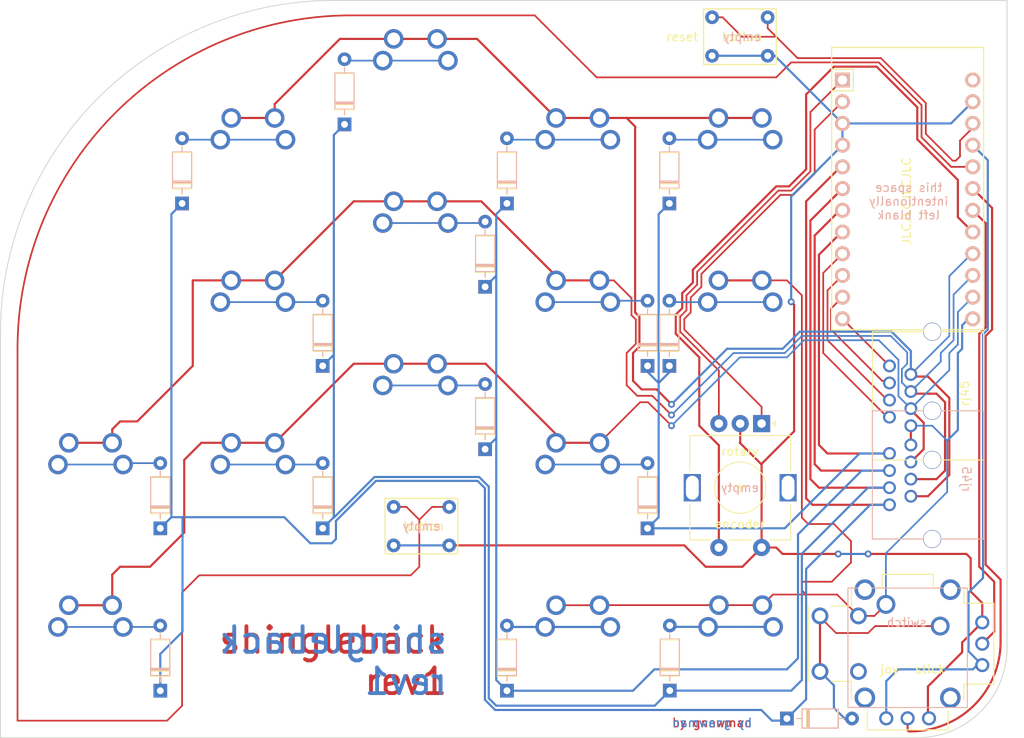
<source format=kicad_pcb>
(kicad_pcb (version 20211014) (generator pcbnew)
  (layers (0 "F.Cu" signal) (31 "B.Cu" signal) (34 "B.Paste" user) (35 "F.Paste" user) (36 "B.SilkS" user "B.Silkscreen") (37 "F.SilkS" user "F.Silkscreen") (38 "B.Mask" user) (39 "F.Mask" user) (44 "Edge.Cuts" user))
  (net 0 "")
  (net 1 "col1")
  (net 2 "col2")
  (net 3 "col3")
  (net 4 "col4")
  (net 5 "row1")
  (net 6 "row2")
  (net 7 "row3")
  (net 8 "row4")
  (net 9 "GND")
  (net 10 "VCC")
  (net 11 "col5")
  (net 12 "col6")
  (net 13 "col7")
  (net 14 "col8")
  (footprint "MX" (layer "F.Cu") (at 159.04 62.08)
    (fp_text reference "S14" hide)
    (fp_text value "" hide)
  )
  (footprint "MX" (layer "F.Cu") (at 121.04 33.83)
    (fp_text reference "S14" hide)
    (fp_text value "" hide)
  )
  (footprint "MX" (layer "F.Cu") (at 102.04 43.08)
    (fp_text reference "S14" hide)
    (fp_text value "" hide)
  )
  (footprint "ProMicro" (layer "F.Cu") (at 178.62 47.53 -90)
    (fp_text reference "MCU1" hide)
    (fp_text value "" hide)
  )
  (footprint "Diode_THT:D_DO-35_SOD27_P7.62mm_Horizontal" (layer "F.Cu") (at 131.75 105 90)
    (fp_text reference "R" hide)
    (fp_text value "d" hide)
  )
  (footprint "MX" (layer "F.Cu") (at 140.04 43.08)
    (fp_text reference "S14" hide)
    (fp_text value "" hide)
  )
  (footprint "" (layer "F.Cu") (at 125 83.5)
    (fp_text reference "")
    (fp_text value "")
  )
  (footprint "MX" (layer "F.Cu") (at 159.09 100.069717)
    (fp_text reference "S14" hide)
    (fp_text value "" hide)
  )
  (footprint "Diode_THT:D_DO-35_SOD27_P7.62mm_Horizontal" (layer "F.Cu") (at 150.75 48 90)
    (fp_text reference "R" hide)
    (fp_text value "d" hide)
  )
  (footprint "" (layer "F.Cu") (at 162.249999 30.723758)
    (fp_text reference "")
    (fp_text value "")
  )
  (footprint "" (layer "F.Cu") (at 118.5 88)
    (fp_text reference "")
    (fp_text value "")
  )
  (footprint "" (layer "F.Cu") (at 124.999999 87.997945 90)
    (fp_text reference "")
    (fp_text value "")
  )
  (footprint "Diode_THT:D_DO-35_SOD27_P7.62mm_Horizontal" (layer "F.Cu") (at 110.2 67 90)
    (fp_text reference "R" hide)
    (fp_text value "d" hide)
  )
  (footprint "MX" (layer "F.Cu") (at 83.04 81.08)
    (fp_text reference "S14" hide)
    (fp_text value "" hide)
  )
  (footprint "MX" (layer "F.Cu") (at 102.04 62.08)
    (fp_text reference "S14" hide)
    (fp_text value "" hide)
  )
  (footprint "MX" (layer "F.Cu") (at 159.04 43.08)
    (fp_text reference "S14" hide)
    (fp_text value "" hide)
  )
  (footprint "MX" (layer "F.Cu") (at 83.04 100.08)
    (fp_text reference "S14" hide)
    (fp_text value "" hide)
  )
  (footprint "Diode_THT:D_DO-35_SOD27_P7.62mm_Horizontal" (layer "F.Cu") (at 129.2 76.75 90)
    (fp_text reference "R" hide)
    (fp_text value "d" hide)
  )
  (footprint "Connector_RJ:RJ45_gnawman" (layer "F.Cu") (at 185 62 90)
    (fp_text reference "REF" hide)
    (fp_text value "RJ45_gnawman")
  )
  (footprint "" (layer "F.Cu") (at 155.75 30.725813)
    (fp_text reference "")
    (fp_text value "")
  )
  (footprint "Diode_THT:D_DO-35_SOD27_P7.62mm_Horizontal" (layer "F.Cu") (at 91.2 86 90)
    (fp_text reference "R" hide)
    (fp_text value "d" hide)
  )
  (footprint "Diode_THT:D_DO-35_SOD27_P7.62mm_Horizontal" (layer "F.Cu") (at 91.2 105 90)
    (fp_text reference "R" hide)
    (fp_text value "d" hide)
  )
  (footprint "Diode_THT:D_DO-35_SOD27_P7.62mm_Horizontal" (layer "F.Cu") (at 112.75 38.75 90)
    (fp_text reference "R" hide)
    (fp_text value "d" hide)
  )
  (footprint "MX" (layer "F.Cu") (at 140.04 62.08)
    (fp_text reference "S14" hide)
    (fp_text value "" hide)
  )
  (footprint "Diode_THT:D_DO-35_SOD27_P7.62mm_Horizontal" (layer "F.Cu") (at 110.2 86 90)
    (fp_text reference "R" hide)
    (fp_text value "d" hide)
  )
  (footprint "Diode_THT:D_DO-35_SOD27_P7.62mm_Horizontal" (layer "F.Cu") (at 148.2 86 90)
    (fp_text reference "R" hide)
    (fp_text value "d" hide)
  )
  (footprint "MX" (layer "F.Cu") (at 121.04 71.83)
    (fp_text reference "S14" hide)
    (fp_text value "" hide)
  )
  (footprint "Rotary_Encoder:RotaryEncoder_Alps_EC11E-Switch_Vertical_H20mm" (layer "F.Cu") (at 161.54 73.75 -90)
    (fp_text reference "REF**" hide)
    (fp_text value "RotaryEncoder_Alps_EC11E-Switch_Vertical_H20mm")
  )
  (footprint "MX" (layer "F.Cu") (at 140.04 81.08)
    (fp_text reference "S14" hide)
    (fp_text value "" hide)
  )
  (footprint "" (layer "F.Cu") (at 118.5 83.494874)
    (fp_text reference "")
    (fp_text value "")
  )
  (footprint "Diode_THT:D_DO-35_SOD27_P7.62mm_Horizontal" (layer "F.Cu") (at 150.75 67 90)
    (fp_text reference "R" hide)
    (fp_text value "d" hide)
  )
  (footprint "Diode_THT:D_DO-35_SOD27_P7.62mm_Horizontal" (layer "F.Cu") (at 93.75 48 90)
    (fp_text reference "R" hide)
    (fp_text value "d" hide)
  )
  (footprint "Diode_THT:D_DO-35_SOD27_P7.62mm_Horizontal" (layer "F.Cu") (at 164.5 108.25)
    (fp_text reference "R" hide)
    (fp_text value "d" hide)
  )
  (footprint "Diode_THT:D_DO-35_SOD27_P7.62mm_Horizontal" (layer "F.Cu") (at 150.8 104.989717 90)
    (fp_text reference "R" hide)
    (fp_text value "d" hide)
  )
  (footprint "MX" (layer "F.Cu") (at 102.04 81.08)
    (fp_text reference "S14" hide)
    (fp_text value "" hide)
  )
  (footprint "MX" (layer "F.Cu") (at 121.04 52.83)
    (fp_text reference "S14" hide)
    (fp_text value "" hide)
  )
  (footprint "Diode_THT:D_DO-35_SOD27_P7.62mm_Horizontal" (layer "F.Cu") (at 129.2 57.75 90)
    (fp_text reference "R" hide)
    (fp_text value "d" hide)
  )
  (footprint "" (layer "F.Cu") (at 155.75 26.220687)
    (fp_text reference "")
    (fp_text value "")
  )
  (footprint "RKJXV122400R:SW_RKJXV122400R" (layer "F.Cu") (at 183.70341 100.77 90)
    (fp_text reference "REF**" hide)
    (fp_text value "SW_RKJXV122400R")
  )
  (footprint "MX" (layer "F.Cu") (at 140.04 100.08)
    (fp_text reference "S14" hide)
    (fp_text value "" hide)
  )
  (footprint "Diode_THT:D_DO-35_SOD27_P7.62mm_Horizontal" (layer "F.Cu") (at 131.75 48 90)
    (fp_text reference "R" hide)
    (fp_text value "d" hide)
  )
  (footprint "" (layer "F.Cu") (at 162.25 26.225813)
    (fp_text reference "")
    (fp_text value "")
  )
  (footprint "Diode_THT:D_DO-35_SOD27_P7.62mm_Horizontal" (layer "F.Cu") (at 148.2 67 90)
    (fp_text reference "R" hide)
    (fp_text value "d" hide)
  )
  (footprint "Connector_RJ:RJ45_gnawman" (layer "B.Cu") (at 185 88.25 -90)
    (fp_text reference "REF" hide)
    (fp_text value "RJ45_gnawman")
  )
  (footprint "Button_Switch_Keyboard:SW_Cherry_MX_1.00u_PCB" (layer "B.Cu") (at 176.08341 94.9 180)
    (fp_text reference "REF**" hide)
    (fp_text value "SW_Cherry_MX_1.00u_PCB")
  )
  (gr_rect (start 154.75 31.75) (end 163.25 25.25) (layer "F.SilkS") (width 0.15) (fill none))
  (gr_rect (start 125.999999 88.997945) (end 117.499999 82.497945) (layer "F.SilkS") (width 0.15) (fill none))
  (gr_arc (start 190.25 100) (mid 187.174621 107.424621) (end 179.75 110.5) (layer "Edge.Cuts") (width 0.1))
  (gr_line (start 72.5 110.5) (end 179.75 110.5) (layer "Edge.Cuts") (width 0.1))
  (gr_line (start 190.25 24.25) (end 111.5 24.25) (layer "Edge.Cuts") (width 0.1))
  (gr_line (start 72.5 63.25) (end 72.5 110.5) (layer "Edge.Cuts") (width 0.1))
  (gr_line (start 190.25 100) (end 190.25 24.25) (layer "Edge.Cuts") (width 0.1))
  (gr_arc (start 72.5 63.25) (mid 83.922836 35.672836) (end 111.5 24.25) (layer "Edge.Cuts") (width 0.1))
  (gr_text "by gnawman" (at 155.75 108.75) (layer "F.Cu") (effects (font (size 1 1))))
  (gr_text "shingleback\nrev1" (at 125 101.5) (layer "F.Cu") (effects (font (size 3 3) (thickness 0.45)) (justify right)))
  (gr_text "shingleback\nrev1" (at 125 101.5) (layer "B.Cu") (effects (font (size 3 3) (thickness 0.45)) (justify left mirror)))
  (gr_text "by gnawman" (at 155.75 108.75) (layer "B.Cu") (effects (font (size 1 1)) (justify mirror)))
  (gr_text "empty" (at 159.25 28.5) (layer "B.SilkS") (effects (font (size 1 1)) (justify mirror)))
  (gr_text "empty" (at 159 81.25) (layer "B.SilkS") (effects (font (size 1 1)) (justify mirror)))
  (gr_text "this space\nintentionally\nleft blank" (at 178.75 47.75) (layer "B.SilkS") (effects (font (size 1 1)) (justify mirror)))
  (gr_text "empty" (at 121.75 85.75) (layer "B.SilkS") (effects (font (size 1 1)) (justify mirror)))
  (gr_text "rj45" (at 185.5 80.25 -90) (layer "B.SilkS") (effects (font (size 1 1)) (justify mirror)))
  (gr_text "switch" (at 178.5 97) (layer "B.SilkS") (effects (font (size 1 1)) (justify mirror)))
  (gr_text "button" (at 159.25 28.5) (layer "F.SilkS") (effects (font (size 1 1))))
  (gr_text "joy" (at 176.5 102.5) (layer "F.SilkS") (effects (font (size 1 1))))
  (gr_text "encoder" (at 159 85.5) (layer "F.SilkS") (effects (font (size 1 1))))
  (gr_text "JLCJLCJLCJLC" (at 178.5 47.75 90) (layer "F.SilkS") (effects (font (size 1 1))))
  (gr_text "rotary" (at 159 77) (layer "F.SilkS") (effects (font (size 1 1))))
  (gr_text "button\n" (at 122 85.75) (layer "F.SilkS") (effects (font (size 1 1))))
  (gr_text "stick" (at 181.25 102.5) (layer "F.SilkS") (effects (font (size 1 1))))
  (gr_text "rj45" (at 185.3 70.25 90) (layer "F.SilkS") (effects (font (size 1 1))))
  (gr_text "reset" (at 152.25 28.5) (layer "F.SilkS") (effects (font (size 1 1))))
  (segment (start 189.5 92) (end 187.75 90.25) (width 0.25) (layer "F.Cu") (net 0))
  (segment (start 156.54 67.54) (end 152 63) (width 0.2) (layer "F.Cu") (net 0))
  (segment (start 163.25 46) (end 164.75 46) (width 0.25) (layer "F.Cu") (net 0))
  (segment (start 154 56) (end 163.5 46.5) (width 0.2) (layer "F.Cu") (net 0))
  (segment (start 154.25 66) (end 151.5 63.25) (width 0.25) (layer "F.Cu") (net 0))
  (segment (start 161.54 73.75) (end 161.54 71.79) (width 0.2) (layer "F.Cu") (net 0))
  (segment (start 152.25 58.5) (end 153.5 57.25) (width 0.25) (layer "F.Cu") (net 0))
  (segment (start 165.75 31) (end 163.25 28.5) (width 0.2) (layer "F.Cu") (net 0))
  (segment (start 153.25 60.75) (end 153.25 59) (width 0.2) (layer "F.Cu") (net 0))
  (segment (start 184.5 49.6) (end 186.24 51.34) (width 0.25) (layer "F.Cu") (net 0))
  (segment (start 164.75 46) (end 166.75 44) (width 0.25) (layer "F.Cu") (net 0))
  (segment (start 180.75 39.86) (end 180.75 36.25) (width 0.2) (layer "F.Cu") (net 0))
  (segment (start 184.75 40.64) (end 184.75 42.5) (width 0.2) (layer "F.Cu") (net 0))
  (segment (start 186.24 38.64) (end 186.24 39.15) (width 0.2) (layer "F.Cu") (net 0))
  (segment (start 152.75 58.75) (end 154 57.5) (width 0.2) (layer "F.Cu") (net 0))
  (segment (start 156.970687 26.220687) (end 155.75 26.220687) (width 0.2) (layer "F.Cu") (net 0))
  (segment (start 163.25 28.5) (end 162.25 27.5) (width 0.2) (layer "F.Cu") (net 0))
  (segment (start 182.43341 97.44) (end 174.81 97.44) (width 0.2) (layer "F.Cu") (net 0))
  (segment (start 121.499999 84.997945) (end 122.997944 83.5) (width 0.2) (layer "F.Cu") (net 0))
  (segment (start 178.62341 109.62341) (end 178.75 109.75) (width 0.25) (layer "F.Cu") (net 0))
  (segment (start 152.5 62.75) (end 152.5 61.5) (width 0.2) (layer "F.Cu") (net 0))
  (segment (start 174.81 97.44) (end 174 98.25) (width 0.2) (layer "F.Cu") (net 0))
  (segment (start 163.5 46.5) (end 165 46.5) (width 0.2) (layer "F.Cu") (net 0))
  (segment (start 152 61.25) (end 152.75 60.5) (width 0.2) (layer "F.Cu") (net 0))
  (segment (start 184.25 43) (end 184.75 42.5) (width 0.2) (layer "F.Cu") (net 0))
  (segment (start 154 57.5) (end 154 56) (width 0.2) (layer "F.Cu") (net 0))
  (segment (start 186.24 43.72) (end 183.72 43.72) (width 0.2) (layer "F.Cu") (net 0))
  (segment (start 184.25 43) (end 183.89 43) (width 0.2) (layer "F.Cu") (net 0))
  (segment (start 188.5 62.75) (end 188.5 48.52) (width 0.25) (layer "F.Cu") (net 0))
  (segment (start 119.996928 83.494874) (end 118.5 83.494874) (width 0.2) (layer "F.Cu") (net 0))
  (segment (start 151.5 61) (end 152.25 60.25) (width 0.25) (layer "F.Cu") (net 0))
  (segment (start 153.5 55.75) (end 163.25 46) (width 0.25) (layer "F.Cu") (net 0))
  (segment (start 152.5 61.5) (end 153.25 60.75) (width 0.2) (layer "F.Cu") (net 0))
  (segment (start 187.75 90.25) (end 187.75 63.5) (width 0.25) (layer "F.Cu") (net 0))
  (segment (start 156.54 88.25) (end 156.54 76.29) (width 0.25) (layer "F.Cu") (net 0))
  (segment (start 178.75 109.75) (end 179 109.75) (width 0.25) (layer "F.Cu") (net 0))
  (segment (start 174 98.25) (end 170.25 98.25) (width 0.2) (layer "F.Cu") (net 0))
  (segment (start 168.37341 96.25) (end 168.37341 102.75) (width 0.25) (layer "F.Cu") (net 0))
  (segment (start 163.75 47) (end 165.25 47) (width 0.2) (layer "F.Cu") (net 0))
  (segment (start 153.25 59) (end 154.5 57.75) (width 0.2) (layer "F.Cu") (net 0))
  (segment (start 178.62341 108.23) (end 178.62341 109.62341) (width 0.25) (layer "F.Cu") (net 0))
  (segment (start 74.5 65) (end 74.5 108.5) (width 0.2) (layer "F.Cu") (net 0))
  (segment (start 167.75 44.5) (end 167.75 39.35) (width 0.2) (layer "F.Cu") (net 0))
  (segment (start 187.35341 99.5) (end 188.75 98.10341) (width 0.25) (layer "F.Cu") (net 0))
  (segment (start 156.54 73.75) (end 156.54 67.54) (width 0.2) (layer "F.Cu") (net 0))
  (segment (start 151.5 63.25) (end 151.5 61) (width 0.25) (layer "F.Cu") (net 0))
  (segment (start 152.25 60.25) (end 152.25 58.5) (width 0.25) (layer "F.Cu") (net 0))
  (segment (start 163.25 28.5) (end 159.25 28.5) (width 0.2) (layer "F.Cu") (net 0))
  (segment (start 186.24 39.15) (end 184.75 40.64) (width 0.2) (layer "F.Cu") (net 0))
  (segment (start 154.25 74) (end 154.25 66) (width 0.25) (layer "F.Cu") (net 0))
  (segment (start 121.499999 84.997945) (end 119.996928 83.494874) (width 0.2) (layer "F.Cu") (net 0))
  (segment (start 165 31.5) (end 163.25 33.25) (width 0.2) (layer "F.Cu") (net 0))
  (segment (start 120.5 91.5) (end 121.5 90.5) (width 0.2) (layer "F.Cu") (net 0))
  (segment (start 175.5 31) (end 165.75 31) (width 0.2) (layer "F.Cu") (net 0))
  (segment (start 188.75 92.25) (end 187 90.5) (width 0.25) (layer "F.Cu") (net 0))
  (segment (start 175 32) (end 179.75 36.75) (width 0.25) (layer "F.Cu") (net 0))
  (segment (start 95.75 91.5) (end 120.5 91.5) (width 0.2) (layer "F.Cu") (net 0))
  (segment (start 159.25 28.5) (end 156.970687 26.220687) (width 0.2) (layer "F.Cu") (net 0))
  (segment (start 187.75 63.5) (end 188.5 62.75) (width 0.25) (layer "F.Cu") (net 0))
  (segment (start 180.25 40.25) (end 180.25 36.5) (width 0.2) (layer "F.Cu") (net 0))
  (segment (start 184.5 45.25) (end 184.5 49.6) (width 0.25) (layer "F.Cu") (net 0))
  (segment (start 93.75 106.75) (end 93.75 93.5) (width 0.2) (layer "F.Cu") (net 0))
  (segment (start 170 32) (end 175 32) (width 0.25) (layer "F.Cu") (net 0))
  (segment (start 168.37341 96.37341) (end 168.37341 96.25) (width 0.2) (layer "F.Cu") (net 0))
  (segment (start 154.5 57.75) (end 154.5 56.25) (width 0.2) (layer "F.Cu") (net 0))
  (segment (start 152 63) (end 152 61.25) (width 0.2) (layer "F.Cu") (net 0))
  (segment (start 179.75 36.75) (end 179.75 40.5) (width 0.25) (layer "F.Cu") (net 0))
  (segment (start 74.5 108.5) (end 92 108.5) (width 0.2) (layer "F.Cu") (net 0))
  (segment (start 188.5 48.52) (end 186.24 46.26) (width 0.25) (layer "F.Cu") (net 0))
  (segment (start 187.75 50.31) (end 186.24 48.8) (width 0.25) (layer "F.Cu") (net 0))
  (segment (start 189.5 99.25) (end 189.5 92) (width 0.25) (layer "F.Cu") (net 0))
  (segment (start 165 46.5) (end 167.25 44.25) (width 0.2) (layer "F.Cu") (net 0))
  (segment (start 92 108.5) (end 93.75 106.75) (width 0.2) (layer "F.Cu") (net 0))
  (segment (start 179.75 40.5) (end 184.5 45.25) (width 0.25) (layer "F.Cu") (net 0))
  (segment (start 180.75 36.25) (end 175.5 31) (width 0.2) (layer "F.Cu") (net 0))
  (segment (start 183.72 43.72) (end 180.25 40.25) (width 0.2) (layer "F.Cu") (net 0))
  (segment (start 154.5 56.25) (end 163.75 47) (width 0.2) (layer "F.Cu") (net 0))
  (segment (start 166.75 35.25) (end 170 32) (width 0.25) (layer "F.Cu") (net 0))
  (segment (start 187.75 62.5) (end 187.75 50.31) (width 0.25) (layer "F.Cu") (net 0))
  (segment (start 166.75 44) (end 166.75 35.25) (width 0.25) (layer "F.Cu") (net 0))
  (segment (start 163.25 33.25) (end 142.25 33.25) (width 0.2) (layer "F.Cu") (net 0))
  (segment (start 121.5 90.5) (end 121.499999 84.997945) (width 0.2) (layer "F.Cu") (net 0))
  (segment (start 156.54 76.29) (end 154.25 74) (width 0.25) (layer "F.Cu") (net 0))
  (segment (start 135 26) (end 113.5 26) (width 0.2) (layer "F.Cu") (net 0))
  (segment (start 122.997944 83.5) (end 125 83.5) (width 0.2) (layer "F.Cu") (net 0))
  (segment (start 161.54 71.79) (end 152.5 62.75) (width 0.2) (layer "F.Cu") (net 0))
  (segment (start 170.25 98.25) (end 168.37341 96.37341) (width 0.2) (layer "F.Cu") (net 0))
  (segment (start 187 63.25) (end 187.75 62.5) (width 0.25) (layer "F.Cu") (net 0))
  (segment (start 167.25 37.31) (end 171 33.56) (width 0.2) (layer "F.Cu") (net 0))
  (segment (start 93.75 93.5) (end 95.75 91.5) (width 0.2) (layer "F.Cu") (net 0))
  (segment (start 153.5 57.25) (end 153.5 55.75) (width 0.25) (layer "F.Cu") (net 0))
  (segment (start 187 90.5) (end 187 63.25) (width 0.25) (layer "F.Cu") (net 0))
  (segment (start 175.25 31.5) (end 165 31.5) (width 0.2) (layer "F.Cu") (net 0))
  (segment (start 142.25 33.25) (end 135 26) (width 0.2) (layer "F.Cu") (net 0))
  (segment (start 167.75 39.35) (end 171 36.1) (width 0.2) (layer "F.Cu") (net 0))
  (segment (start 167.25 44.25) (end 167.25 37.31) (width 0.2) (layer "F.Cu") (net 0))
  (segment (start 152.75 60.5) (end 152.75 58.75) (width 0.2) (layer "F.Cu") (net 0))
  (segment (start 188.75 98.10341) (end 188.75 92.25) (width 0.25) (layer "F.Cu") (net 0))
  (segment (start 165.25 47) (end 167.75 44.5) (width 0.2) (layer "F.Cu") (net 0))
  (segment (start 162.25 27.5) (end 162.25 26.225813) (width 0.2) (layer "F.Cu") (net 0))
  (segment (start 183.89 43) (end 180.75 39.86) (width 0.2) (layer "F.Cu") (net 0))
  (segment (start 180.25 36.5) (end 175.25 31.5) (width 0.2) (layer "F.Cu") (net 0))
  (arc (start 189.5 99.25) (mid 186.424621 106.674621) (end 179 109.75) (width 0.25) (layer "F.Cu") (net 0))
  (arc (start 113.5 26) (mid 85.922836 37.422836) (end 74.5 65) (width 0.2) (layer "F.Cu") (net 0))
  (segment (start 143.85 40.54) (end 136.23 40.54) (width 0.2) (layer "B.Cu") (net 0))
  (segment (start 131.91 40.54) (end 131.75 40.38) (width 0.2) (layer "B.Cu") (net 0))
  (segment (start 105.85 78.54) (end 110.04 78.54) (width 0.2) (layer "B.Cu") (net 0))
  (segment (start 117.23 69.29) (end 124.85 69.29) (width 0.2) (layer "B.Cu") (net 0))
  (segment (start 143.85 97.54) (end 136.23 97.54) (width 0.25) (layer "B.Cu") (net 0))
  (segment (start 124.85 69.29) (end 129.04 69.29) (width 0.2) (layer "B.Cu") (net 0))
  (segment (start 170 104.37659) (end 170 107) (width 0.25) (layer "B.Cu") (net 0))
  (segment (start 124.85 50.29) (end 117.23 50.29) (width 0.2) (layer "B.Cu") (net 0))
  (segment (start 162.85 40.54) (end 155.23 40.54) (width 0.2) (layer "B.Cu") (net 0))
  (segment (start 168.37341 102.75) (end 170 104.37659) (width 0.25) (layer "B.Cu") (net 0))
  (segment (start 162.85 59.54) (end 155.23 59.54) (width 0.2) (layer "B.Cu") (net 0))
  (segment (start 105.85 40.54) (end 98.23 40.54) (width 0.2) (layer "B.Cu") (net 0))
  (segment (start 110.04 59.54) (end 110.2 59.38) (width 0.2) (layer "B.Cu") (net 0))
  (segment (start 129.04 69.29) (end 129.2 69.13) (width 0.2) (layer "B.Cu") (net 0))
  (segment (start 87.01 78.38) (end 86.85 78.54) (width 0.2) (layer "B.Cu") (net 0))
  (segment (start 86.85 78.54) (end 79.23 78.54) (width 0.2) (layer "B.Cu") (net 0))
  (segment (start 155.28 97.529717) (end 150.96 97.529717) (width 0.25) (layer "B.Cu") (net 0))
  (segment (start 112.91 31.29) (end 112.75 31.13) (width 0.2) (layer "B.Cu") (net 0))
  (segment (start 150.96 97.529717) (end 150.8 97.369717) (width 0.25) (layer "B.Cu") (net 0))
  (segment (start 136.23 97.54) (end 131.91 97.54) (width 0.25) (layer "B.Cu") (net 0))
  (segment (start 171.87 108.5) (end 172.12 108.25) (width 0.25) (layer "B.Cu") (net 0))
  (segment (start 150.91 59.54) (end 150.75 59.38) (width 0.2) (layer "B.Cu") (net 0))
  (segment (start 98.23 40.54) (end 93.91 40.54) (width 0.2) (layer "B.Cu") (net 0))
  (segment (start 129.04 50.29) (end 129.2 50.13) (width 0.2) (layer "B.Cu") (net 0))
  (segment (start 93.91 40.54) (end 93.75 40.38) (width 0.2) (layer "B.Cu") (net 0))
  (segment (start 131.91 97.54) (end 131.75 97.38) (width 0.25) (layer "B.Cu") (net 0))
  (segment (start 162.9 97.529717) (end 155.28 97.529717) (width 0.25) (layer "B.Cu") (net 0))
  (segment (start 155.23 59.54) (end 150.91 59.54) (width 0.2) (layer "B.Cu") (net 0))
  (segment (start 155.23 40.54) (end 150.91 40.54) (width 0.2) (layer "B.Cu") (net 0))
  (segment (start 170 107) (end 171.5 108.5) (width 0.25) (layer "B.Cu") (net 0))
  (segment (start 124.85 50.29) (end 129.04 50.29) (width 0.2) (layer "B.Cu") (net 0))
  (segment (start 117.23 31.29) (end 112.91 31.29) (width 0.2) (layer "B.Cu") (net 0))
  (segment (start 148.2 59.38) (end 144.01 59.38) (width 0.2) (layer "B.Cu") (net 0))
  (segment (start 144.01 59.38) (end 143.85 59.54) (width 0.2) (layer "B.Cu") (net 0))
  (segment (start 110.04 78.54) (end 110.2 78.38) (width 0.2) (layer "B.Cu") (net 0))
  (segment (start 171.5 108.5) (end 171.87 108.5) (width 0.25) (layer "B.Cu") (net 0))
  (segment (start 124.85 31.29) (end 117.23 31.29) (width 0.2) (layer "B.Cu") (net 0))
  (segment (start 143.85 78.54) (end 148.04 78.54) (width 0.2) (layer "B.Cu") (net 0))
  (segment (start 143.85 59.54) (end 136.23 59.54) (width 0.2) (layer "B.Cu") (net 0))
  (segment (start 105.85 59.54) (end 110.04 59.54) (width 0.2) (layer "B.Cu") (net 0))
  (segment (start 136.23 78.54) (end 143.85 78.54) (width 0.2) (layer "B.Cu") (net 0))
  (segment (start 79.23 97.54) (end 86.85 97.54) (width 0.2) (layer "B.Cu") (net 0))
  (segment (start 91.2 78.38) (end 87.01 78.38) (width 0.2) (layer "B.Cu") (net 0))
  (segment (start 148.04 78.54) (end 148.2 78.38) (width 0.2) (layer "B.Cu") (net 0))
  (segment (start 136.23 40.54) (end 131.91 40.54) (width 0.2) (layer "B.Cu") (net 0))
  (segment (start 98.23 78.54) (end 105.85 78.54) (width 0.2) (layer "B.Cu") (net 0))
  (segment (start 98.23 59.54) (end 105.85 59.54) (width 0.2) (layer "B.Cu") (net 0))
  (segment (start 86.85 97.54) (end 91.04 97.54) (width 0.2) (layer "B.Cu") (net 0))
  (segment (start 150.91 40.54) (end 150.75 40.38) (width 0.2) (layer "B.Cu") (net 0))
  (segment (start 171 43.72) (end 170.78 43.72) (width 0.25) (layer "F.Cu") (net 1))
  (segment (start 170.78 43.72) (end 166.75 47.75) (width 0.25) (layer "F.Cu") (net 1))
  (segment (start 167.5 83.25) (end 176.5 83.25) (width 0.25) (layer "F.Cu") (net 1))
  (segment (start 166.75 47.75) (end 166.75 82.5) (width 0.25) (layer "F.Cu") (net 1))
  (segment (start 166.75 82.5) (end 167.5 83.25) (width 0.25) (layer "F.Cu") (net 1))
  (segment (start 128.313604 80.45) (end 129.175 81.311396) (width 0.25) (layer "B.Cu") (net 1))
  (segment (start 162.75 108.5) (end 164.5 108.5) (width 0.25) (layer "B.Cu") (net 1))
  (segment (start 92.5 70) (end 92.5 84.7) (width 0.25) (layer "B.Cu") (net 1))
  (segment (start 111.75 87.25) (end 111.75 85.136396) (width 0.25) (layer "B.Cu") (net 1))
  (segment (start 93.75 48) (end 92.5 49.25) (width 0.25) (layer "B.Cu") (net 1))
  (segment (start 93.8 84.7) (end 105.7 84.7) (width 0.25) (layer "B.Cu") (net 1))
  (segment (start 161.5 107.25) (end 162.75 108.5) (width 0.25) (layer "B.Cu") (net 1))
  (segment (start 116.436396 80.45) (end 128.313604 80.45) (width 0.25) (layer "B.Cu") (net 1))
  (segment (start 166.75 90.75) (end 174.25 83.25) (width 0.25) (layer "B.Cu") (net 1))
  (segment (start 105.7 84.7) (end 108.75 87.75) (width 0.25) (layer "B.Cu") (net 1))
  (segment (start 92.5 49.25) (end 92.5 65.7) (width 0.25) (layer "B.Cu") (net 1))
  (segment (start 164.5 108.25) (end 166.75 106) (width 0.25) (layer "B.Cu") (net 1))
  (segment (start 92.5 65.7) (end 92.5 70) (width 0.25) (layer "B.Cu") (net 1))
  (segment (start 91.2 100.7) (end 91.2 105) (width 0.25) (layer "B.Cu") (net 1))
  (segment (start 93.8 98.1) (end 91.2 100.7) (width 0.25) (layer "B.Cu") (net 1))
  (segment (start 174.25 83.25) (end 176.5 83.25) (width 0.25) (layer "B.Cu") (net 1))
  (segment (start 129.175 81.311396) (end 129.175 106.061396) (width 0.25) (layer "B.Cu") (net 1))
  (segment (start 166.75 106) (end 166.75 90.75) (width 0.25) (layer "B.Cu") (net 1))
  (segment (start 111.75 85.136396) (end 116.436396 80.45) (width 0.25) (layer "B.Cu") (net 1))
  (segment (start 129.175 106.061396) (end 130.363604 107.25) (width 0.25) (layer "B.Cu") (net 1))
  (segment (start 93.8 84.7) (end 93.8 98.1) (width 0.25) (layer "B.Cu") (net 1))
  (segment (start 164.5 108.5) (end 164.5 108.25) (width 0.25) (layer "B.Cu") (net 1))
  (segment (start 92.5 84.7) (end 91.2 86) (width 0.25) (layer "B.Cu") (net 1))
  (segment (start 108.75 87.75) (end 111.25 87.75) (width 0.25) (layer "B.Cu") (net 1))
  (segment (start 130.363604 107.25) (end 161.5 107.25) (width 0.25) (layer "B.Cu") (net 1))
  (segment (start 92.5 84.7) (end 93.8 84.7) (width 0.25) (layer "B.Cu") (net 1))
  (segment (start 111.25 87.75) (end 111.75 87.25) (width 0.25) (layer "B.Cu") (net 1))
  (segment (start 168.25 81.25) (end 176.5 81.25) (width 0.25) (layer "F.Cu") (net 2))
  (segment (start 167.25 80.25) (end 168.25 81.25) (width 0.25) (layer "F.Cu") (net 2))
  (segment (start 170 47.25) (end 167.25 50) (width 0.25) (layer "F.Cu") (net 2))
  (segment (start 167.25 50) (end 167.25 80.25) (width 0.25) (layer "F.Cu") (net 2))
  (segment (start 170.01 47.25) (end 170 47.25) (width 0.25) (layer "F.Cu") (net 2))
  (segment (start 171 46.26) (end 170.01 47.25) (width 0.25) (layer "F.Cu") (net 2))
  (segment (start 165.010283 104.989717) (end 166.25 103.75) (width 0.25) (layer "B.Cu") (net 2))
  (segment (start 116.25 80) (end 111.5 84.75) (width 0.25) (layer "B.Cu") (net 2))
  (segment (start 111.5 40) (end 111.5 65.7) (width 0.25) (layer "B.Cu") (net 2))
  (segment (start 111.5 65.7) (end 110.2 67) (width 0.25) (layer "B.Cu") (net 2))
  (segment (start 166.25 88.98) (end 173.98 81.25) (width 0.25) (layer "B.Cu") (net 2))
  (segment (start 128.5 80) (end 116.25 80) (width 0.25) (layer "B.Cu") (net 2))
  (segment (start 111.5 65.7) (end 111.5 84.7) (width 0.25) (layer "B.Cu") (net 2))
  (segment (start 173.98 81.25) (end 176.5 81.25) (width 0.25) (layer "B.Cu") (net 2))
  (segment (start 150.8 104.989717) (end 165.010283 104.989717) (width 0.25) (layer "B.Cu") (net 2))
  (segment (start 166.25 103.75) (end 166.25 88.98) (width 0.25) (layer "B.Cu") (net 2))
  (segment (start 111.5 84.7) (end 111.5 84.75) (width 0.25) (layer "B.Cu") (net 2))
  (segment (start 112.75 38.75) (end 111.5 40) (width 0.25) (layer "B.Cu") (net 2))
  (segment (start 129.625 105.875) (end 129.625 81.125) (width 0.25) (layer "B.Cu") (net 2))
  (segment (start 130.5 106.75) (end 149.039717 106.75) (width 0.25) (layer "B.Cu") (net 2))
  (segment (start 129.625 81.125) (end 128.5 80) (width 0.25) (layer "B.Cu") (net 2))
  (segment (start 111.5 84.7) (end 110.2 86) (width 0.25) (layer "B.Cu") (net 2))
  (segment (start 129.625 105.875) (end 130.5 106.75) (width 0.25) (layer "B.Cu") (net 2))
  (segment (start 149.039717 106.75) (end 150.8 104.989717) (width 0.25) (layer "B.Cu") (net 2))
  (segment (start 168.5 79.25) (end 176.5 79.25) (width 0.25) (layer "F.Cu") (net 3))
  (segment (start 167.75 51.75) (end 167.75 78.5) (width 0.25) (layer "F.Cu") (net 3))
  (segment (start 167.75 78.5) (end 168.5 79.25) (width 0.25) (layer "F.Cu") (net 3))
  (segment (start 170.7 48.8) (end 167.75 51.75) (width 0.25) (layer "F.Cu") (net 3))
  (segment (start 149 102.5) (end 164.5 102.5) (width 0.25) (layer "B.Cu") (net 3))
  (segment (start 165.8 86.7) (end 173.25 79.25) (width 0.25) (layer "B.Cu") (net 3))
  (segment (start 164.5 102.5) (end 165.8 101.2) (width 0.25) (layer "B.Cu") (net 3))
  (segment (start 130.5 56.45) (end 130.5 75.45) (width 0.25) (layer "B.Cu") (net 3))
  (segment (start 165.8 101.2) (end 165.8 86.7) (width 0.25) (layer "B.Cu") (net 3))
  (segment (start 130.5 75.45) (end 129.2 76.75) (width 0.25) (layer "B.Cu") (net 3))
  (segment (start 131.75 105) (end 146.5 105) (width 0.25) (layer "B.Cu") (net 3))
  (segment (start 130.5 56.45) (end 129.2 57.75) (width 0.25) (layer "B.Cu") (net 3))
  (segment (start 146.5 105) (end 149 102.5) (width 0.25) (layer "B.Cu") (net 3))
  (segment (start 130.5 49.25) (end 130.5 56.45) (width 0.25) (layer "B.Cu") (net 3))
  (segment (start 130.5 103.75) (end 131.75 105) (width 0.25) (layer "B.Cu") (net 3))
  (segment (start 173.25 79.25) (end 176.5 79.25) (width 0.25) (layer "B.Cu") (net 3))
  (segment (start 131.75 48) (end 130.5 49.25) (width 0.25) (layer "B.Cu") (net 3))
  (segment (start 130.5 75.45) (end 130.5 103.75) (width 0.25) (layer "B.Cu") (net 3))
  (segment (start 169.25 77.25) (end 176.5 77.25) (width 0.25) (layer "F.Cu") (net 4))
  (segment (start 168.25 76.25) (end 169.25 77.25) (width 0.25) (layer "F.Cu") (net 4))
  (segment (start 170.91 51.34) (end 168.25 54) (width 0.25) (layer "F.Cu") (net 4))
  (segment (start 168.25 54) (end 168.25 76.25) (width 0.25) (layer "F.Cu") (net 4))
  (segment (start 149.5 69) (end 148.2 67.7) (width 0.25) (layer "B.Cu") (net 4))
  (segment (start 150.75 67.75) (end 150.75 67) (width 0.25) (layer "B.Cu") (net 4))
  (segment (start 149.5 69) (end 149.5 84.7) (width 0.25) (layer "B.Cu") (net 4))
  (segment (start 149.5 84.7) (end 148.2 86) (width 0.25) (layer "B.Cu") (net 4))
  (segment (start 150.75 48) (end 149.5 49.25) (width 0.25) (layer "B.Cu") (net 4))
  (segment (start 148.2 67.7) (end 148.2 67) (width 0.25) (layer "B.Cu") (net 4))
  (segment (start 164.25 86) (end 173 77.25) (width 0.25) (layer "B.Cu") (net 4))
  (segment (start 149.5 69) (end 150.75 67.75) (width 0.25) (layer "B.Cu") (net 4))
  (segment (start 148.2 86) (end 164.25 86) (width 0.25) (layer "B.Cu") (net 4))
  (segment (start 149.5 49.25) (end 149.5 69) (width 0.25) (layer "B.Cu") (net 4))
  (segment (start 173 77.25) (end 176.5 77.25) (width 0.25) (layer "B.Cu") (net 4))
  (segment (start 128.25 28.75) (end 137.5 38) (width 0.25) (layer "F.Cu") (net 5))
  (segment (start 147.25 61.25) (end 147.25 64.75) (width 0.25) (layer "F.Cu") (net 5))
  (segment (start 146.745901 60.745901) (end 147.25 61.25) (width 0.25) (layer "F.Cu") (net 5))
  (segment (start 179 82.25) (end 181 82.25) (width 0.25) (layer "F.Cu") (net 5))
  (segment (start 181 68.25) (end 179.1 68.25) (width 0.25) (layer "F.Cu") (net 5))
  (segment (start 137.5 38) (end 142.58 38) (width 0.25) (layer "F.Cu") (net 5))
  (segment (start 104.58 38) (end 104.58 36.383554) (width 0.25) (layer "F.Cu") (net 5))
  (segment (start 99.5 38) (end 104.58 38) (width 0.25) (layer "F.Cu") (net 5))
  (segment (start 181 82.25) (end 183.5 79.75) (width 0.25) (layer "F.Cu") (net 5))
  (segment (start 142.58 38) (end 145.75 38) (width 0.25) (layer "F.Cu") (net 5))
  (segment (start 145.75 38) (end 146.745901 38.995901) (width 0.25) (layer "F.Cu") (net 5))
  (segment (start 112.213554 28.75) (end 118.5 28.75) (width 0.25) (layer "F.Cu") (net 5))
  (segment (start 146.5 68.75) (end 147.5 69.75) (width 0.25) (layer "F.Cu") (net 5))
  (segment (start 179.1 68.25) (end 179 68.15) (width 0.25) (layer "F.Cu") (net 5))
  (segment (start 104.58 36.383554) (end 112.213554 28.75) (width 0.25) (layer "F.Cu") (net 5))
  (segment (start 145.75 38) (end 156.5 38) (width 0.25) (layer "F.Cu") (net 5))
  (segment (start 183.5 70.75) (end 181 68.25) (width 0.25) (layer "F.Cu") (net 5))
  (segment (start 123.58 28.75) (end 128.25 28.75) (width 0.25) (layer "F.Cu") (net 5))
  (segment (start 183.5 79.75) (end 183.5 70.75) (width 0.25) (layer "F.Cu") (net 5))
  (segment (start 147.5 69.75) (end 149.25 69.75) (width 0.25) (layer "F.Cu") (net 5))
  (segment (start 146.745901 38.995901) (end 146.745901 60.745901) (width 0.25) (layer "F.Cu") (net 5))
  (segment (start 147.25 64.75) (end 146.5 65.5) (width 0.25) (layer "F.Cu") (net 5))
  (segment (start 146.5 65.5) (end 146.5 68.75) (width 0.25) (layer "F.Cu") (net 5))
  (segment (start 118.5 28.75) (end 123.58 28.75) (width 0.25) (layer "F.Cu") (net 5))
  (segment (start 156.5 38) (end 161.58 38) (width 0.25) (layer "F.Cu") (net 5))
  (segment (start 149.25 69.75) (end 151 71.5) (width 0.25) (layer "F.Cu") (net 5))
  (via (at 151 71.5) (size 0.8) (drill 0.4) (layers "F.Cu" "B.Cu") (net 5))
  (segment (start 183.5 56.5) (end 183.5 63.5) (width 0.2) (layer "B.Cu") (net 5))
  (segment (start 186.12 53.88) (end 183.5 56.5) (width 0.2) (layer "B.Cu") (net 5))
  (segment (start 157.5 65) (end 164 65) (width 0.25) (layer "B.Cu") (net 5))
  (segment (start 166 63) (end 176.75 63) (width 0.25) (layer "B.Cu") (net 5))
  (segment (start 186.24 53.88) (end 186.12 53.88) (width 0.2) (layer "B.Cu") (net 5))
  (segment (start 176.75 63) (end 179 65.25) (width 0.25) (layer "B.Cu") (net 5))
  (segment (start 164 65) (end 166 63) (width 0.25) (layer "B.Cu") (net 5))
  (segment (start 183.5 63.5) (end 179 68) (width 0.2) (layer "B.Cu") (net 5))
  (segment (start 179 65.25) (end 179 68) (width 0.25) (layer "B.Cu") (net 5))
  (segment (start 151 71.5) (end 157.5 65) (width 0.25) (layer "B.Cu") (net 5))
  (segment (start 179.1 70.25) (end 179 70.15) (width 0.25) (layer "F.Cu") (net 6))
  (segment (start 104.58 57) (end 113.83 47.75) (width 0.25) (layer "F.Cu") (net 6))
  (segment (start 137.5 57) (end 142.58 57) (width 0.25) (layer "F.Cu") (net 6))
  (segment (start 99.5 57) (end 95 57) (width 0.25) (layer "F.Cu") (net 6))
  (segment (start 113.83 47.75) (end 118.5 47.75) (width 0.25) (layer "F.Cu") (net 6))
  (segment (start 145.75 65.5) (end 146.825 64.425) (width 0.2) (layer "F.Cu") (net 6))
  (segment (start 95 67) (end 88.5 73.5) (width 0.25) (layer "F.Cu") (net 6))
  (segment (start 146.825 64.425) (end 146.825 61.575) (width 0.2) (layer "F.Cu") (net 6))
  (segment (start 148.75 70.5) (end 147 70.5) (width 0.2) (layer "F.Cu") (net 6))
  (segment (start 85.58 74.42) (end 85.58 76) (width 0.25) (layer "F.Cu") (net 6))
  (segment (start 147 70.5) (end 145.75 69.25) (width 0.2) (layer "F.Cu") (net 6))
  (segment (start 123.58 47.75) (end 128.75 47.75) (width 0.25) (layer "F.Cu") (net 6))
  (segment (start 179 80.25) (end 182 80.25) (width 0.25) (layer "F.Cu") (net 6))
  (segment (start 95 57) (end 95 67) (width 0.25) (layer "F.Cu") (net 6))
  (segment (start 146.320901 59.070901) (end 144.25 57) (width 0.2) (layer "F.Cu") (net 6))
  (segment (start 145.75 69.25) (end 145.75 65.5) (width 0.2) (layer "F.Cu") (net 6))
  (segment (start 183 71.25) (end 182 70.25) (width 0.25) (layer "F.Cu") (net 6))
  (segment (start 86.5 73.5) (end 85.58 74.42) (width 0.25) (layer "F.Cu") (net 6))
  (segment (start 151 72.75) (end 148.75 70.5) (width 0.2) (layer "F.Cu") (net 6))
  (segment (start 182 70.25) (end 179.1 70.25) (width 0.25) (layer "F.Cu") (net 6))
  (segment (start 99.5 57) (end 104.58 57) (width 0.25) (layer "F.Cu") (net 6))
  (segment (start 183 79.25) (end 183 71.25) (width 0.25) (layer "F.Cu") (net 6))
  (segment (start 137.5 56.5) (end 137.5 57) (width 0.25) (layer "F.Cu") (net 6))
  (segment (start 128.75 47.75) (end 137.5 56.5) (width 0.25) (layer "F.Cu") (net 6))
  (segment (start 88.5 73.5) (end 86.5 73.5) (width 0.25) (layer "F.Cu") (net 6))
  (segment (start 146.825 61.575) (end 146.320901 61.070901) (width 0.2) (layer "F.Cu") (net 6))
  (segment (start 80.5 76) (end 85.58 76) (width 0.25) (layer "F.Cu") (net 6))
  (segment (start 182 80.25) (end 183 79.25) (width 0.25) (layer "F.Cu") (net 6))
  (segment (start 146.320901 61.070901) (end 146.320901 59.070901) (width 0.2) (layer "F.Cu") (net 6))
  (segment (start 144.25 57) (end 142.58 57) (width 0.2) (layer "F.Cu") (net 6))
  (segment (start 118.5 47.75) (end 123.58 47.75) (width 0.25) (layer "F.Cu") (net 6))
  (via (at 151 72.75) (size 0.8) (drill 0.4) (layers "F.Cu" "B.Cu") (net 6))
  (segment (start 184 58.66) (end 184 64) (width 0.2) (layer "B.Cu") (net 6))
  (segment (start 177.95 68.95) (end 179 70) (width 0.2) (layer "B.Cu") (net 6))
  (segment (start 158.25 65.5) (end 164.25 65.5) (width 0.2) (layer "B.Cu") (net 6))
  (segment (start 182.5 65.5) (end 182.5 66.5) (width 0.2) (layer "B.Cu") (net 6))
  (segment (start 182.5 66.5) (end 179 70) (width 0.2) (layer "B.Cu") (net 6))
  (segment (start 151 72.75) (end 158.25 65.5) (width 0.2) (layer "B.Cu") (net 6))
  (segment (start 184 64) (end 182.5 65.5) (width 0.2) (layer "B.Cu") (net 6))
  (segment (start 178.575 65.42604) (end 178.575 66.75) (width 0.2) (layer "B.Cu") (net 6))
  (segment (start 177.95 67.375) (end 177.95 68.95) (width 0.2) (layer "B.Cu") (net 6))
  (segment (start 166.25 63.5) (end 176.64896 63.5) (width 0.2) (layer "B.Cu") (net 6))
  (segment (start 178.575 66.75) (end 177.95 67.375) (width 0.2) (layer "B.Cu") (net 6))
  (segment (start 164.25 65.5) (end 166.25 63.5) (width 0.2) (layer "B.Cu") (net 6))
  (segment (start 176.64896 63.5) (end 178.575 65.42604) (width 0.2) (layer "B.Cu") (net 6))
  (segment (start 186.24 56.42) (end 184 58.66) (width 0.2) (layer "B.Cu") (net 6))
  (segment (start 99.5 76) (end 104.58 76) (width 0.25) (layer "F.Cu") (net 7))
  (segment (start 86.5 90.5) (end 90 90.5) (width 0.25) (layer "F.Cu") (net 7))
  (segment (start 137.5 75) (end 137.5 76) (width 0.25) (layer "F.Cu") (net 7))
  (segment (start 96 76) (end 99.5 76) (width 0.25) (layer "F.Cu") (net 7))
  (segment (start 94 78) (end 96 76) (width 0.25) (layer "F.Cu") (net 7))
  (segment (start 137.5 76) (end 142.58 76) (width 0.25) (layer "F.Cu") (net 7))
  (segment (start 94 86.5) (end 94 78) (width 0.25) (layer "F.Cu") (net 7))
  (segment (start 179 72.15) (end 180.5 73.65) (width 0.25) (layer "F.Cu") (net 7))
  (segment (start 104.58 76) (end 113.83 66.75) (width 0.25) (layer "F.Cu") (net 7))
  (segment (start 147.33 71.25) (end 142.58 76) (width 0.2) (layer "F.Cu") (net 7))
  (segment (start 90 90.5) (end 94 86.5) (width 0.25) (layer "F.Cu") (net 7))
  (segment (start 123.58 66.75) (end 129.25 66.75) (width 0.25) (layer "F.Cu") (net 7))
  (segment (start 80.5 95) (end 85.58 95) (width 0.25) (layer "F.Cu") (net 7))
  (segment (start 129.25 66.75) (end 137.5 75) (width 0.25) (layer "F.Cu") (net 7))
  (segment (start 151 74) (end 148.25 71.25) (width 0.2) (layer "F.Cu") (net 7))
  (segment (start 180.5 73.65) (end 180.5 76.75) (width 0.25) (layer "F.Cu") (net 7))
  (segment (start 118.5 66.75) (end 123.58 66.75) (width 0.25) (layer "F.Cu") (net 7))
  (segment (start 113.83 66.75) (end 118.5 66.75) (width 0.25) (layer "F.Cu") (net 7))
  (segment (start 85.58 95) (end 85.58 91.42) (width 0.25) (layer "F.Cu") (net 7))
  (segment (start 85.58 91.42) (end 86.5 90.5) (width 0.25) (layer "F.Cu") (net 7))
  (segment (start 180.5 76.75) (end 179 78.25) (width 0.25) (layer "F.Cu") (net 7))
  (segment (start 148.25 71.25) (end 147.33 71.25) (width 0.2) (layer "F.Cu") (net 7))
  (via (at 151 74) (size 0.8) (drill 0.4) (layers "F.Cu" "B.Cu") (net 7))
  (segment (start 177.55 66.3) (end 177.55 70.55) (width 0.2) (layer "B.Cu") (net 7))
  (segment (start 151 74) (end 159 66) (width 0.2) (layer "B.Cu") (net 7))
  (segment (start 159 66) (end 164.5 66) (width 0.2) (layer "B.Cu") (net 7))
  (segment (start 166.5 64) (end 175.25 64) (width 0.2) (layer "B.Cu") (net 7))
  (segment (start 175.25 64) (end 177.55 66.3) (width 0.2) (layer "B.Cu") (net 7))
  (segment (start 184.5 64.5) (end 183.5 65.5) (width 0.2) (layer "B.Cu") (net 7))
  (segment (start 183.5 67.5) (end 179 72) (width 0.2) (layer "B.Cu") (net 7))
  (segment (start 164.5 66) (end 166.5 64) (width 0.2) (layer "B.Cu") (net 7))
  (segment (start 184.5 60.7) (end 184.5 64.5) (width 0.2) (layer "B.Cu") (net 7))
  (segment (start 183.5 65.5) (end 183.5 67.5) (width 0.2) (layer "B.Cu") (net 7))
  (segment (start 186.24 58.96) (end 184.5 60.7) (width 0.2) (layer "B.Cu") (net 7))
  (segment (start 177.55 70.55) (end 179 72) (width 0.2) (layer "B.Cu") (net 7))
  (segment (start 172 90) (end 172 87.5) (width 0.2) (layer "F.Cu") (net 8))
  (segment (start 170.37341 93.75) (end 166.75 93.75) (width 0.2) (layer "F.Cu") (net 8))
  (segment (start 162.869717 93.75) (end 161.63 94.989717) (width 0.2) (layer "F.Cu") (net 8))
  (segment (start 166.75 93.75) (end 162.869717 93.75) (width 0.2) (layer "F.Cu") (net 8))
  (segment (start 169.75 92.25) (end 172 90) (width 0.2) (layer "F.Cu") (net 8))
  (segment (start 170 85.5) (end 167 85.5) (width 0.2) (layer "F.Cu") (net 8))
  (segment (start 142.58 95) (end 137.5 95) (width 0.2) (layer "F.Cu") (net 8))
  (segment (start 166.25 93.25) (end 166.25 92.25) (width 0.2) (layer "F.Cu") (net 8))
  (segment (start 156.55 94.989717) (end 142.590283 94.989717) (width 0.2) (layer "F.Cu") (net 8))
  (segment (start 166.75 93.75) (end 166.25 93.25) (width 0.2) (layer "F.Cu") (net 8))
  (segment (start 172 87.5) (end 170 85.5) (width 0.2) (layer "F.Cu") (net 8))
  (segment (start 161.63 94.989717) (end 156.55 94.989717) (width 0.2) (layer "F.Cu") (net 8))
  (segment (start 142.590283 94.989717) (end 142.58 95) (width 0.2) (layer "F.Cu") (net 8))
  (segment (start 174.73341 96.25) (end 172.87341 96.25) (width 0.2) (layer "F.Cu") (net 8))
  (segment (start 166.25 84.75) (end 166.25 58.75) (width 0.2) (layer "F.Cu") (net 8))
  (segment (start 176.08341 94.9) (end 174.73341 96.25) (width 0.2) (layer "F.Cu") (net 8))
  (segment (start 167 85.5) (end 166.25 84.75) (width 0.2) (layer "F.Cu") (net 8))
  (segment (start 179 74.15) (end 179 76.25) (width 0.25) (layer "F.Cu") (net 8))
  (segment (start 166.25 58.75) (end 164.5 57) (width 0.2) (layer "F.Cu") (net 8))
  (segment (start 172.87341 96.25) (end 170.37341 93.75) (width 0.2) (layer "F.Cu") (net 8))
  (segment (start 164.5 57) (end 161.58 57) (width 0.2) (layer "F.Cu") (net 8))
  (segment (start 156.5 57) (end 161.58 57) (width 0.25) (layer "F.Cu") (net 8))
  (segment (start 166.25 92.25) (end 169.75 92.25) (width 0.2) (layer "F.Cu") (net 8))
  (segment (start 184.5 65.5) (end 184.5 74.5) (width 0.25) (layer "B.Cu") (net 8))
  (segment (start 183.25 81.75) (end 183.25 75.75) (width 0.2) (layer "B.Cu") (net 8))
  (segment (start 176.08341 94.9) (end 176.08341 88.91659) (width 0.2) (layer "B.Cu") (net 8))
  (segment (start 176.08341 88.91659) (end 183.25 81.75) (width 0.2) (layer "B.Cu") (net 8))
  (segment (start 184.5 74.5) (end 183.25 75.75) (width 0.25) (layer "B.Cu") (net 8))
  (segment (start 185 65) (end 184.5 65.5) (width 0.25) (layer "B.Cu") (net 8))
  (segment (start 183.25 75.75) (end 181.5 74) (width 0.2) (layer "B.Cu") (net 8))
  (segment (start 186.24 61.5) (end 185.75 61.5) (width 0.25) (layer "B.Cu") (net 8))
  (segment (start 185 62.25) (end 185 65) (width 0.25) (layer "B.Cu") (net 8))
  (segment (start 181.5 74) (end 179 74) (width 0.2) (layer "B.Cu") (net 8))
  (segment (start 185.75 61.5) (end 185 62.25) (width 0.25) (layer "B.Cu") (net 8))
  (segment (start 161.5 78.5) (end 165.345901 74.654099) (width 0.25) (layer "F.Cu") (net 9))
  (segment (start 165.345901 59.845901) (end 165 59.5) (width 0.25) (layer "F.Cu") (net 9))
  (segment (start 161.54 88.25) (end 161.54 78.54) (width 0.25) (layer "F.Cu") (net 9))
  (segment (start 165.345901 74.654099) (end 165.345901 59.845901) (width 0.25) (layer "F.Cu") (net 9))
  (segment (start 187.35341 97) (end 187.35341 94.748324) (width 0.25) (layer "F.Cu") (net 9))
  (segment (start 187.35341 94.748324) (end 186 93.394914) (width 0.25) (layer "F.Cu") (net 9))
  (segment (start 159 76) (end 159.04 75.96) (width 0.25) (layer "F.Cu") (net 9))
  (segment (start 170.5 89) (end 164 89) (width 0.25) (layer "F.Cu") (net 9))
  (segment (start 185 100.5) (end 181 104.5) (width 0.25) (layer "F.Cu") (net 9))
  (segment (start 159.04 75.96) (end 159.04 73.75) (width 0.25) (layer "F.Cu") (net 9))
  (segment (start 185 99.35341) (end 185 100.5) (width 0.25) (layer "F.Cu") (net 9))
  (segment (start 152.497945 87.997945) (end 124.999999 87.997945) (width 0.25) (layer "F.Cu") (net 9))
  (segment (start 155 90.5) (end 152.497945 87.997945) (width 0.25) (layer "F.Cu") (net 9))
  (segment (start 181 108.10659) (end 181.12341 108.23) (width 0.25) (layer "F.Cu") (net 9))
  (segment (start 185.5 89) (end 181 89) (width 0.25) (layer "F.Cu") (net 9))
  (segment (start 181 89) (end 174 89) (width 0.25) (layer "F.Cu") (net 9))
  (segment (start 159.29 90.5) (end 155 90.5) (width 0.25) (layer "F.Cu") (net 9))
  (segment (start 164 89) (end 163.25 88.25) (width 0.25) (layer "F.Cu") (net 9))
  (segment (start 186 89.5) (end 185.5 89) (width 0.25) (layer "F.Cu") (net 9))
  (segment (start 181 104.5) (end 181 108.10659) (width 0.25) (layer "F.Cu") (net 9))
  (segment (start 186 93.394914) (end 186 89.5) (width 0.25) (layer "F.Cu") (net 9))
  (segment (start 161.54 88.25) (end 159.29 90.5) (width 0.25) (layer "F.Cu") (net 9))
  (segment (start 161.54 78.54) (end 161.5 78.5) (width 0.25) (layer "F.Cu") (net 9))
  (segment (start 187.35341 97) (end 185 99.35341) (width 0.25) (layer "F.Cu") (net 9))
  (segment (start 163.25 88.25) (end 161.54 88.25) (width 0.25) (layer "F.Cu") (net 9))
  (segment (start 161.5 78.5) (end 159 76) (width 0.25) (layer "F.Cu") (net 9))
  (via (at 174 89) (size 0.8) (drill 0.4) (layers "F.Cu" "B.Cu") (net 9))
  (via (at 165 59.5) (size 0.8) (drill 0.4) (layers "F.Cu" "B.Cu") (net 9))
  (via (at 170.5 89) (size 0.8) (drill 0.4) (layers "F.Cu" "B.Cu") (net 9))
  (segment (start 165 59.5) (end 165 47.18) (width 0.25) (layer "B.Cu") (net 9))
  (segment (start 163.083758 30.723758) (end 162.249999 30.723758) (width 0.25) (layer "B.Cu") (net 9))
  (segment (start 171 41.18) (end 171 38.64) (width 0.25) (layer "B.Cu") (net 9))
  (segment (start 171 38.64) (end 183.7 38.64) (width 0.25) (layer "B.Cu") (net 9))
  (segment (start 183.7 38.64) (end 186.24 36.1) (width 0.25) (layer "B.Cu") (net 9))
  (segment (start 174 89) (end 170.5 89) (width 0.25) (layer "B.Cu") (net 9))
  (segment (start 162.249999 30.723758) (end 155.752055 30.723758) (width 0.25) (layer "B.Cu") (net 9))
  (segment (start 155.752055 30.723758) (end 155.75 30.725813) (width 0.25) (layer "B.Cu") (net 9))
  (segment (start 171 38.64) (end 163.083758 30.723758) (width 0.25) (layer "B.Cu") (net 9))
  (segment (start 165 47.18) (end 171 41.18) (width 0.25) (layer "B.Cu") (net 9))
  (segment (start 124.999999 87.997945) (end 118.502055 87.997945) (width 0.25) (layer "B.Cu") (net 9))
  (segment (start 118.502055 87.997945) (end 118.5 88) (width 0.25) (layer "B.Cu") (net 9))
  (segment (start 176.12341 103.87659) (end 176.12341 108.23) (width 0.25) (layer "B.Cu") (net 10))
  (segment (start 187.4413 63.3087) (end 188 62.75) (width 0.25) (layer "B.Cu") (net 10))
  (segment (start 177.5 102.5) (end 176.12341 103.87659) (width 0.25) (layer "B.Cu") (net 10))
  (segment (start 185.75 100.39659) (end 185.75 93.5) (width 0.25) (layer "B.Cu") (net 10))
  (segment (start 186.25 102.5) (end 177.5 102.5) (width 0.25) (layer "B.Cu") (net 10))
  (segment (start 187.35341 102) (end 186.75 102) (width 0.25) (layer "B.Cu") (net 10))
  (segment (start 187.4413 91.8087) (end 187.4413 63.3087) (width 0.25) (layer "B.Cu") (net 10))
  (segment (start 186.75 102) (end 186.25 102.5) (width 0.25) (layer "B.Cu") (net 10))
  (segment (start 188 62.75) (end 188 42.94) (width 0.25) (layer "B.Cu") (net 10))
  (segment (start 188 42.94) (end 186.24 41.18) (width 0.25) (layer "B.Cu") (net 10))
  (segment (start 187.35341 102) (end 185.75 100.39659) (width 0.25) (layer "B.Cu") (net 10))
  (segment (start 185.75 93.5) (end 187.4413 91.8087) (width 0.25) (layer "B.Cu") (net 10))
  (segment (start 168.75 56.13) (end 168.75 65.5) (width 0.2) (layer "F.Cu") (net 11))
  (segment (start 168.75 65.5) (end 176.25 73) (width 0.2) (layer "F.Cu") (net 11))
  (segment (start 176.25 73) (end 176.5 73) (width 0.2) (layer "F.Cu") (net 11))
  (segment (start 171 53.88) (end 168.75 56.13) (width 0.2) (layer "F.Cu") (net 11))
  (segment (start 169.25 58.17) (end 169.25 64) (width 0.2) (layer "F.Cu") (net 12))
  (segment (start 176.25 71) (end 176.5 71) (width 0.2) (layer "F.Cu") (net 12))
  (segment (start 169.25 64) (end 176.25 71) (width 0.2) (layer "F.Cu") (net 12))
  (segment (start 171 56.42) (end 169.25 58.17) (width 0.2) (layer "F.Cu") (net 12))
  (segment (start 169.65 62.75) (end 175.65 68.75) (width 0.2) (layer "F.Cu") (net 13))
  (segment (start 175.65 68.75) (end 176.25 68.75) (width 0.2) (layer "F.Cu") (net 13))
  (segment (start 169.65 60.31) (end 169.65 62.75) (width 0.2) (layer "F.Cu") (net 13))
  (segment (start 176.25 68.75) (end 176.5 69) (width 0.2) (layer "F.Cu") (net 13))
  (segment (start 171 58.96) (end 169.65 60.31) (width 0.2) (layer "F.Cu") (net 13))
  (segment (start 171 61.5) (end 176.5 67) (width 0.2) (layer "F.Cu") (net 14))
)
</source>
